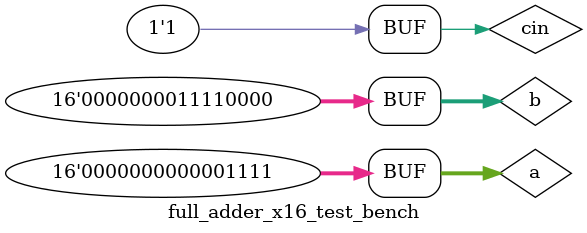
<source format=sv>
module full_adder_x16_test_bench();



reg [15:0] a;
reg [15:0] b;
reg cin;
wire cout;
wire [15:0] z;

full_adder_x16 adder_0
(
    .a(a),
    .b(b),
    .cin(cin),
    .cout(cout),
    .z(z)
);

initial begin
    $monitor("a=%b, b=%b, z=%b, cin=%b, cout=%b", a, b, z, cin, cout);
    a = 16'b0;
    b = 16'b0;
    cin = 16'b0;
    #10
    //Test carry out
    a = 16'hffff;
    b = 16'h1;
    #10
    //Test carry in
    a = 16'h0f;
    b = 16'hf0;
    cin = 1'b1;
    //#10
end


endmodule
</source>
